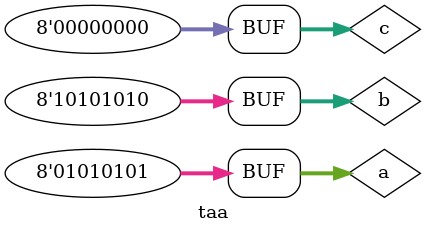
<source format=v>
module aa(a,b,c,o);
input [7:0] a,b,c; output [7:0] o;
assign o = a~&b;
endmodule 

module taa();
reg [7:0] a,b,c; wire [7:0] o;
aa as(a,b,c,o);
initial begin
a = 8'h55;
b= 8'hAA;
c=0;
end endmodule 
</source>
